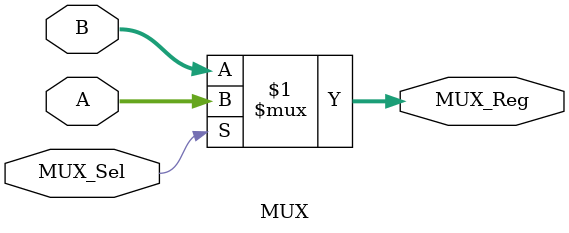
<source format=v>
`timescale 1ns / 1ps

module MUX(
    input [7:0] A, // 4-bit input operand A
    input [7:0] B, // 4-bit input operand B
    input MUX_Sel, // Operation selector
    output [7:0] MUX_Reg // 4-bit result
    );
    

assign MUX_Reg = MUX_Sel ? A : B;


endmodule

</source>
